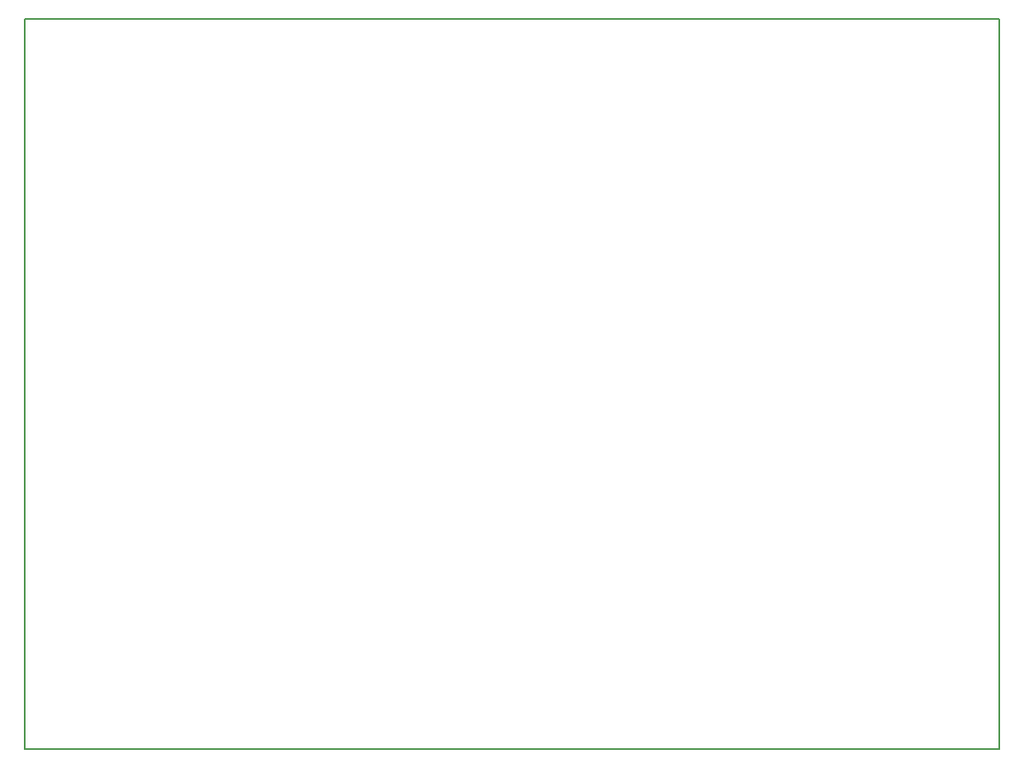
<source format=gbr>
%TF.GenerationSoftware,KiCad,Pcbnew,(5.1.10)-1*%
%TF.CreationDate,2022-11-30T22:02:34+08:00*%
%TF.ProjectId,motor_control,6d6f746f-725f-4636-9f6e-74726f6c2e6b,rev?*%
%TF.SameCoordinates,Original*%
%TF.FileFunction,Profile,NP*%
%FSLAX46Y46*%
G04 Gerber Fmt 4.6, Leading zero omitted, Abs format (unit mm)*
G04 Created by KiCad (PCBNEW (5.1.10)-1) date 2022-11-30 22:02:34*
%MOMM*%
%LPD*%
G01*
G04 APERTURE LIST*
%TA.AperFunction,Profile*%
%ADD10C,0.150000*%
%TD*%
G04 APERTURE END LIST*
D10*
X0Y75000000D02*
X100000000Y75000000D01*
X100000000Y0D02*
X0Y0D01*
X100000000Y75000000D02*
X100000000Y0D01*
X0Y0D02*
X0Y75000000D01*
M02*

</source>
